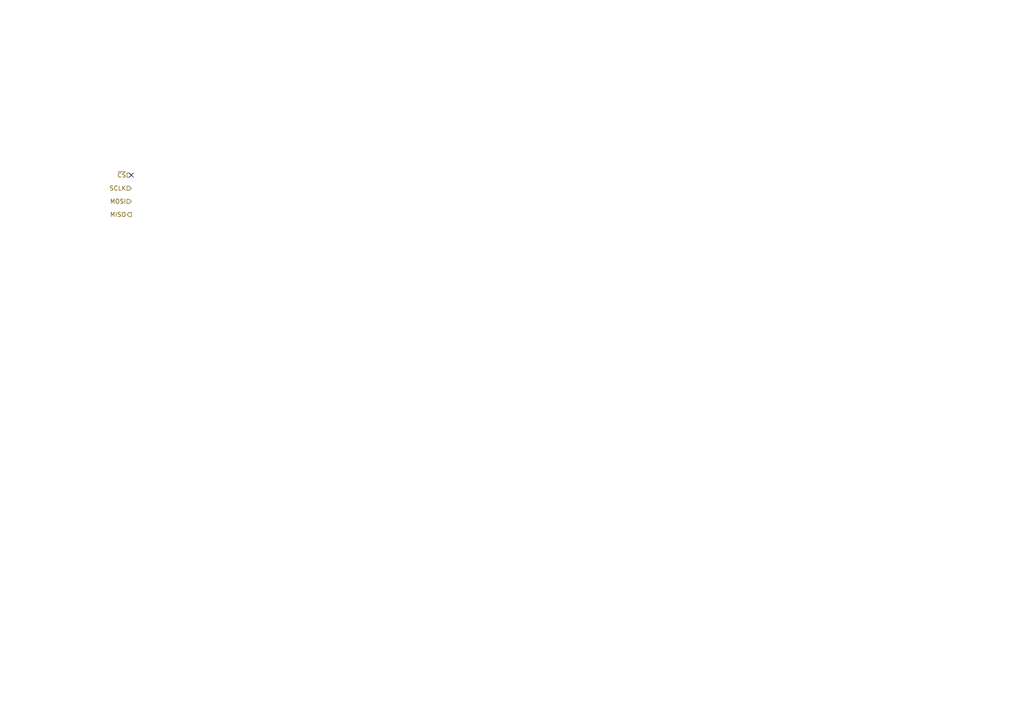
<source format=kicad_sch>
(kicad_sch (version 20211123) (generator eeschema)
  (paper "A4")
  (lib_symbols)
  (no_connect (at 38.1 50.8))
  (hierarchical_label "SCLK" (shape input) (at 38.1 54.61 180))
  (hierarchical_label "MOSI" (shape input) (at 38.1 58.42 180))
  (hierarchical_label "MISO" (shape output) (at 38.1 62.23 180))
  (hierarchical_label "~{CS}" (shape input) (at 38.1 50.8 180))
)
</source>
